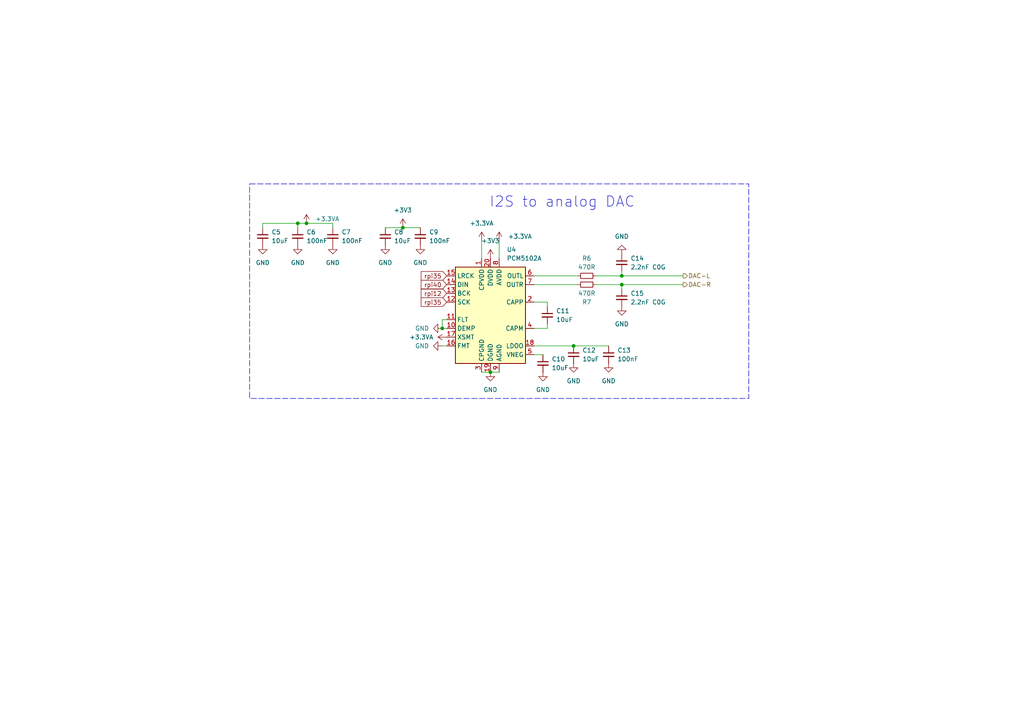
<source format=kicad_sch>
(kicad_sch (version 20231120) (generator "eeschema") (generator_version "8.0")
  (paper "A4")
  (lib_symbols
    (symbol "Audio:PCM5102A"
      (property "Reference" "U" (at -10.16 13.97 0))
      (property "Value" "PCM5102A" (at 3.81 13.97 0))
      (symbol "PCM5102A_0_1"
        (rectangle (start -10.16 12.7) (end 10.16 -15.24) (stroke (width 0.254)) (fill (type background)))
      )
      (symbol "PCM5102A_1_1"
        (pin passive line (at -2.54 15.24 270) (length 2.54) (name "CPVDD") (number "1"))
        (pin input line (at -12.7 -5.08 0) (length 2.54) (name "DEMP") (number "10"))
        (pin input line (at -12.7 -2.54 0) (length 2.54) (name "FLT") (number "11"))
        (pin input line (at -12.7 2.54 0) (length 2.54) (name "SCK") (number "12"))
        (pin input line (at -12.7 5.08 0) (length 2.54) (name "BCK") (number "13"))
        (pin input line (at -12.7 7.62 0) (length 2.54) (name "DIN") (number "14"))
        (pin input line (at -12.7 10.16 0) (length 2.54) (name "LRCK") (number "15"))
        (pin input line (at -12.7 -10.16 0) (length 2.54) (name "FMT") (number "16"))
        (pin input line (at -12.7 -7.62 0) (length 2.54) (name "XSMT") (number "17"))
        (pin passive line (at 12.7 -10.16 180) (length 2.54) (name "LDOO") (number "18"))
        (pin power_in line (at 0 -17.78 90) (length 2.54) (name "DGND") (number "19"))
        (pin passive line (at 12.7 2.54 180) (length 2.54) (name "CAPP") (number "2"))
        (pin power_in line (at 0 15.24 270) (length 2.54) (name "DVDD") (number "20"))
        (pin power_in line (at -2.54 -17.78 90) (length 2.54) (name "CPGND") (number "3"))
        (pin passive line (at 12.7 -5.08 180) (length 2.54) (name "CAPM") (number "4"))
        (pin passive line (at 12.7 -12.7 180) (length 2.54) (name "VNEG") (number "5"))
        (pin output line (at 12.7 10.16 180) (length 2.54) (name "OUTL") (number "6"))
        (pin output line (at 12.7 7.62 180) (length 2.54) (name "OUTR") (number "7"))
        (pin power_in line (at 2.54 15.24 270) (length 2.54) (name "AVDD") (number "8"))
        (pin power_in line (at 2.54 -17.78 90) (length 2.54) (name "AGND") (number "9"))
      )
    )
    (symbol "Device:C_Small" (pin_numbers hide) (pin_names (offset 0.254) hide)
      (property "Reference" "C" (at 0.254 1.778 0))
      (property "Value" "C_Small" (at 0.254 -2.032 0))
      (symbol "C_Small_0_1"
        (polyline (pts (xy -1.524 -0.508) (xy 1.524 -0.508)) (stroke (width 0.3302)))
        (polyline (pts (xy -1.524 0.508) (xy 1.524 0.508)) (stroke (width 0.3048)))
      )
      (symbol "C_Small_1_1"
        (pin passive line (at 0 2.54 270) (length 2.032) (name "~") (number "1"))
        (pin passive line (at 0 -2.54 90) (length 2.032) (name "~") (number "2"))
      )
    )
    (symbol "Device:R_Small" (pin_numbers hide) (pin_names (offset 0.254) hide)
      (property "Reference" "R" (at 0.762 0.508 0))
      (property "Value" "R_Small" (at 0.762 -1.016 0))
      (symbol "R_Small_0_1"
        (rectangle (start -0.762 1.778) (end 0.762 -1.778) (stroke (width 0.2032)))
      )
      (symbol "R_Small_1_1"
        (pin passive line (at 0 2.54 270) (length 0.762) (name "~") (number "1"))
        (pin passive line (at 0 -2.54 90) (length 0.762) (name "~") (number "2"))
      )
    )
    (symbol "power:+3.3VA" (power) (pin_numbers hide) (pin_names (offset 0) hide)
      (property "Value" "+3.3VA" (at 0 3.556 0))
      (symbol "+3.3VA_0_1"
        (polyline (pts (xy -0.762 1.27) (xy 0 2.54)))
        (polyline (pts (xy 0 0) (xy 0 2.54)))
        (polyline (pts (xy 0 2.54) (xy 0.762 1.27)))
      )
      (symbol "+3.3VA_1_1"
        (pin power_in line (at 0 0 90) (length 0) (name "~") (number "1"))
      )
    )
    (symbol "power:+3V3" (power) (pin_numbers hide) (pin_names (offset 0) hide)
      (property "Value" "+3V3" (at 0 3.556 0))
      (symbol "+3V3_0_1"
        (polyline (pts (xy -0.762 1.27) (xy 0 2.54)))
        (polyline (pts (xy 0 0) (xy 0 2.54)))
        (polyline (pts (xy 0 2.54) (xy 0.762 1.27)))
      )
      (symbol "+3V3_1_1"
        (pin power_in line (at 0 0 90) (length 0) (name "~") (number "1"))
      )
    )
    (symbol "power:GND" (power) (pin_numbers hide) (pin_names (offset 0) hide)
      (property "Value" "GND" (at 0 -3.81 0))
      (symbol "GND_0_1"
        (polyline (pts (xy 0 0) (xy 0 -1.27) (xy 1.27 -1.27) (xy 0 -2.54) (xy -1.27 -1.27) (xy 0 -1.27)))
      )
      (symbol "GND_1_1"
        (pin power_in line (at 0 0 270) (length 0) (name "~") (number "1"))
      )
    )
  )
  (junction (at 88.9 64.77))
  (junction (at 180.34 82.55))
  (junction (at 128.27 95.25))
  (junction (at 116.84 66.04))
  (junction (at 142.24 107.95))
  (junction (at 86.36 64.77))
  (junction (at 166.37 100.33))
  (junction (at 180.34 80.01))
  (wire (pts (xy 128.27 100.33) (xy 129.54 100.33)))
  (wire (pts (xy 180.34 80.01) (xy 172.72 80.01)))
  (wire (pts (xy 154.94 102.87) (xy 157.48 102.87)))
  (wire (pts (xy 180.34 80.01) (xy 198.12 80.01)))
  (wire (pts (xy 129.54 92.71) (xy 128.27 92.71)))
  (wire (pts (xy 180.34 82.55) (xy 198.12 82.55)))
  (wire (pts (xy 86.36 64.77) (xy 86.36 66.04)))
  (wire (pts (xy 154.94 80.01) (xy 167.64 80.01)))
  (wire (pts (xy 144.78 74.93) (xy 144.78 69.85)))
  (wire (pts (xy 158.75 88.9) (xy 158.75 87.63)))
  (wire (pts (xy 96.52 66.04) (xy 96.52 64.77)))
  (wire (pts (xy 154.94 100.33) (xy 166.37 100.33)))
  (wire (pts (xy 96.52 64.77) (xy 88.9 64.77)))
  (wire (pts (xy 158.75 93.98) (xy 158.75 95.25)))
  (wire (pts (xy 128.27 95.25) (xy 129.54 95.25)))
  (wire (pts (xy 139.7 107.95) (xy 142.24 107.95)))
  (wire (pts (xy 166.37 100.33) (xy 176.53 100.33)))
  (wire (pts (xy 180.34 82.55) (xy 180.34 83.82)))
  (wire (pts (xy 88.9 64.77) (xy 86.36 64.77)))
  (wire (pts (xy 158.75 95.25) (xy 154.94 95.25)))
  (wire (pts (xy 172.72 82.55) (xy 180.34 82.55)))
  (wire (pts (xy 111.76 66.04) (xy 116.84 66.04)))
  (wire (pts (xy 139.7 74.93) (xy 139.7 69.85)))
  (wire (pts (xy 154.94 82.55) (xy 167.64 82.55)))
  (wire (pts (xy 142.24 107.95) (xy 144.78 107.95)))
  (wire (pts (xy 128.27 92.71) (xy 128.27 95.25)))
  (wire (pts (xy 76.2 64.77) (xy 76.2 66.04)))
  (wire (pts (xy 158.75 87.63) (xy 154.94 87.63)))
  (wire (pts (xy 86.36 64.77) (xy 76.2 64.77)))
  (wire (pts (xy 180.34 78.74) (xy 180.34 80.01)))
  (wire (pts (xy 116.84 66.04) (xy 121.92 66.04)))
  (rectangle (start 72.39 53.34) (end 217.17 115.57) (stroke (width 0) (type dash)))
  (text "I2S to analog DAC" (at 163.068 58.674 0) (effects (font (size 3 3))))
  (global_label "rpi35" (shape input) (at 129.54 80.01 180) (property "Intersheetrefs" "${INTERSHEET_REFS}" (effects (hide yes))))
  (global_label "rpi35" (shape input) (at 129.54 87.63 180) (property "Intersheetrefs" "${INTERSHEET_REFS}" (effects (hide yes))))
  (global_label "rpi12" (shape input) (at 129.54 85.09 180) (property "Intersheetrefs" "${INTERSHEET_REFS}" (effects (hide yes))))
  (global_label "rpi40" (shape input) (at 129.54 82.55 180) (property "Intersheetrefs" "${INTERSHEET_REFS}" (effects (hide yes))))
  (hierarchical_label "DAC-R" (shape output) (at 198.12 82.55 0))
  (hierarchical_label "DAC-L" (shape output) (at 198.12 80.01 0))
  (symbol (lib_id "power:+3V3") (at 116.84 66.04 0) (unit 1)
    (property "Reference" "#PWR017" (effects (hide yes)))
    (property "Value" "+3V3" (at 116.84 60.96 0))
    (property "Description" "Power symbol creates a global label with name \"+3V3\"" (effects (hide yes)))
  )
  (symbol (lib_id "power:GND") (at 142.24 107.95 0) (unit 1)
    (property "Reference" "#PWR024" (effects (hide yes)))
    (property "Value" "GND" (at 142.24 113.03 0))
    (property "Description" "Power symbol creates a global label with name \"GND\" , ground" (effects (hide yes)))
  )
  (symbol (lib_id "Audio:PCM5102A") (at 142.24 90.17 0) (unit 1)
    (property "Reference" "U4" (at 146.9741 72.39 0) (effects (justify left)))
    (property "Value" "PCM5102A" (at 146.9741 74.93 0) (effects (justify left)))
    (property "Footprint" "Package_SO:TSSOP-20_4.4x6.5mm_P0.65mm" (effects (hide yes)))
    (property "Datasheet" "https://www.ti.com/lit/ds/symlink/pcm5102a.pdf" (effects (hide yes)))
    (property "Description" "2.1 VRMS, 112dB Audio Stereo DAC with PLL and 32-bit, 384kHz PCM Interface, TSSOP-20" (effects (hide yes)))
  )
  (symbol (lib_id "power:GND") (at 128.27 100.33 270) (unit 1)
    (property "Reference" "#PWR020" (effects (hide yes)))
    (property "Value" "GND" (at 124.46 100.3299 90) (effects (justify right)))
    (property "Description" "Power symbol creates a global label with name \"GND\" , ground" (effects (hide yes)))
  )
  (symbol (lib_id "power:+3V3") (at 142.24 74.93 0) (unit 1)
    (property "Reference" "#PWR023" (effects (hide yes)))
    (property "Value" "+3V3" (at 142.24 69.85 0))
    (property "Description" "Power symbol creates a global label with name \"+3V3\"" (effects (hide yes)))
  )
  (symbol (lib_id "Device:C_Small") (at 111.76 68.58 0) (unit 1)
    (property "Reference" "C8" (at 114.3 67.3162 0) (effects (justify left)))
    (property "Value" "10uF" (at 114.3 69.8562 0) (effects (justify left)))
    (property "Footprint" "Capacitor_SMD:C_0603_1608Metric" (effects (hide yes)))
    (property "Description" "Unpolarized capacitor, small symbol" (effects (hide yes)))
  )
  (symbol (lib_id "power:+3.3VA") (at 88.9 64.77 0) (unit 1)
    (property "Reference" "#PWR014" (effects (hide yes)))
    (property "Value" "+3.3VA" (at 91.44 63.4999 0) (effects (justify left)))
    (property "Description" "Power symbol creates a global label with name \"+3.3VA\"" (effects (hide yes)))
  )
  (symbol (lib_id "Device:C_Small") (at 157.48 105.41 0) (unit 1)
    (property "Reference" "C10" (at 160.02 104.1462 0) (effects (justify left)))
    (property "Value" "10uF" (at 160.02 106.6862 0) (effects (justify left)))
    (property "Footprint" "Capacitor_SMD:C_0603_1608Metric" (effects (hide yes)))
    (property "Description" "Unpolarized capacitor, small symbol" (effects (hide yes)))
  )
  (symbol (lib_id "Device:C_Small") (at 76.2 68.58 0) (unit 1)
    (property "Reference" "C5" (at 78.74 67.3162 0) (effects (justify left)))
    (property "Value" "10uF" (at 78.74 69.8562 0) (effects (justify left)))
    (property "Footprint" "Capacitor_SMD:C_0603_1608Metric" (effects (hide yes)))
    (property "Description" "Unpolarized capacitor, small symbol" (effects (hide yes)))
  )
  (symbol (lib_id "power:GND") (at 128.27 95.25 270) (unit 1)
    (property "Reference" "#PWR019" (effects (hide yes)))
    (property "Value" "GND" (at 124.46 95.2499 90) (effects (justify right)))
    (property "Description" "Power symbol creates a global label with name \"GND\" , ground" (effects (hide yes)))
  )
  (symbol (lib_id "Device:R_Small") (at 170.18 82.55 90) (mirror x) (unit 1)
    (property "Reference" "R7" (at 170.18 87.63 90))
    (property "Value" "470R" (at 170.18 85.09 90))
    (property "Description" "Resistor, small symbol" (effects (hide yes)))
  )
  (symbol (lib_id "power:GND") (at 176.53 105.41 0) (unit 1)
    (property "Reference" "#PWR028" (effects (hide yes)))
    (property "Value" "GND" (at 176.53 110.49 0))
    (property "Description" "Power symbol creates a global label with name \"GND\" , ground" (effects (hide yes)))
  )
  (symbol (lib_id "power:GND") (at 121.92 71.12 0) (unit 1)
    (property "Reference" "#PWR018" (effects (hide yes)))
    (property "Value" "GND" (at 121.92 76.2 0))
    (property "Description" "Power symbol creates a global label with name \"GND\" , ground" (effects (hide yes)))
  )
  (symbol (lib_id "power:GND") (at 166.37 105.41 0) (unit 1)
    (property "Reference" "#PWR027" (effects (hide yes)))
    (property "Value" "GND" (at 166.37 110.49 0))
    (property "Description" "Power symbol creates a global label with name \"GND\" , ground" (effects (hide yes)))
  )
  (symbol (lib_id "power:GND") (at 111.76 71.12 0) (unit 1)
    (property "Reference" "#PWR016" (effects (hide yes)))
    (property "Value" "GND" (at 111.76 76.2 0))
    (property "Description" "Power symbol creates a global label with name \"GND\" , ground" (effects (hide yes)))
  )
  (symbol (lib_id "power:GND") (at 180.34 88.9 0) (unit 1)
    (property "Reference" "#PWR030" (effects (hide yes)))
    (property "Value" "GND" (at 180.34 93.98 0))
    (property "Description" "Power symbol creates a global label with name \"GND\" , ground" (effects (hide yes)))
  )
  (symbol (lib_id "power:GND") (at 157.48 107.95 0) (unit 1)
    (property "Reference" "#PWR026" (effects (hide yes)))
    (property "Value" "GND" (at 157.48 113.03 0))
    (property "Description" "Power symbol creates a global label with name \"GND\" , ground" (effects (hide yes)))
  )
  (symbol (lib_id "Device:C_Small") (at 176.53 102.87 0) (unit 1)
    (property "Reference" "C13" (at 179.07 101.6062 0) (effects (justify left)))
    (property "Value" "100nF" (at 179.07 104.1462 0) (effects (justify left)))
    (property "Footprint" "Capacitor_SMD:C_0603_1608Metric" (effects (hide yes)))
    (property "Description" "Unpolarized capacitor, small symbol" (effects (hide yes)))
  )
  (symbol (lib_id "power:GND") (at 180.34 73.66 180) (unit 1)
    (property "Reference" "#PWR029" (effects (hide yes)))
    (property "Value" "GND" (at 180.34 68.58 0))
    (property "Description" "Power symbol creates a global label with name \"GND\" , ground" (effects (hide yes)))
  )
  (symbol (lib_id "Device:C_Small") (at 180.34 76.2 0) (unit 1)
    (property "Reference" "C14" (at 182.88 74.9362 0) (effects (justify left)))
    (property "Value" "2.2nF C0G" (at 182.88 77.4762 0) (effects (justify left)))
    (property "Description" "Unpolarized capacitor, small symbol" (effects (hide yes)))
  )
  (symbol (lib_id "Device:C_Small") (at 166.37 102.87 0) (unit 1)
    (property "Reference" "C12" (at 168.91 101.6062 0) (effects (justify left)))
    (property "Value" "10uF" (at 168.91 104.1462 0) (effects (justify left)))
    (property "Footprint" "Capacitor_SMD:C_0603_1608Metric" (effects (hide yes)))
    (property "Description" "Unpolarized capacitor, small symbol" (effects (hide yes)))
  )
  (symbol (lib_id "Device:C_Small") (at 180.34 86.36 0) (unit 1)
    (property "Reference" "C15" (at 182.88 85.0962 0) (effects (justify left)))
    (property "Value" "2.2nF C0G" (at 182.88 87.6362 0) (effects (justify left)))
    (property "Description" "Unpolarized capacitor, small symbol" (effects (hide yes)))
  )
  (symbol (lib_id "power:GND") (at 96.52 71.12 0) (unit 1)
    (property "Reference" "#PWR015" (effects (hide yes)))
    (property "Value" "GND" (at 96.52 76.2 0))
    (property "Description" "Power symbol creates a global label with name \"GND\" , ground" (effects (hide yes)))
  )
  (symbol (lib_id "power:GND") (at 86.36 71.12 0) (unit 1)
    (property "Reference" "#PWR013" (effects (hide yes)))
    (property "Value" "GND" (at 86.36 76.2 0))
    (property "Description" "Power symbol creates a global label with name \"GND\" , ground" (effects (hide yes)))
  )
  (symbol (lib_id "Device:C_Small") (at 121.92 68.58 0) (unit 1)
    (property "Reference" "C9" (at 124.46 67.3162 0) (effects (justify left)))
    (property "Value" "100nF" (at 124.46 69.8562 0) (effects (justify left)))
    (property "Footprint" "Capacitor_SMD:C_0603_1608Metric" (effects (hide yes)))
    (property "Description" "Unpolarized capacitor, small symbol" (effects (hide yes)))
  )
  (symbol (lib_id "power:+3.3VA") (at 129.54 97.79 90) (unit 1)
    (property "Reference" "#PWR021" (effects (hide yes)))
    (property "Value" "+3.3VA" (at 125.73 97.7899 90) (effects (justify left)))
    (property "Description" "Power symbol creates a global label with name \"+3.3VA\"" (effects (hide yes)))
  )
  (symbol (lib_id "Device:C_Small") (at 96.52 68.58 0) (unit 1)
    (property "Reference" "C7" (at 99.06 67.3162 0) (effects (justify left)))
    (property "Value" "100nF" (at 99.06 69.8562 0) (effects (justify left)))
    (property "Footprint" "Capacitor_SMD:C_0603_1608Metric" (effects (hide yes)))
    (property "Description" "Unpolarized capacitor, small symbol" (effects (hide yes)))
  )
  (symbol (lib_id "Device:C_Small") (at 86.36 68.58 0) (unit 1)
    (property "Reference" "C6" (at 88.9 67.3162 0) (effects (justify left)))
    (property "Value" "100nF" (at 88.9 69.8562 0) (effects (justify left)))
    (property "Footprint" "Capacitor_SMD:C_0603_1608Metric" (effects (hide yes)))
    (property "Description" "Unpolarized capacitor, small symbol" (effects (hide yes)))
  )
  (symbol (lib_id "power:+3.3VA") (at 144.78 69.85 0) (unit 1)
    (property "Reference" "#PWR025" (effects (hide yes)))
    (property "Value" "+3.3VA" (at 147.32 68.5799 0) (effects (justify left)))
    (property "Description" "Power symbol creates a global label with name \"+3.3VA\"" (effects (hide yes)))
  )
  (symbol (lib_id "power:+3.3VA") (at 139.7 69.85 0) (unit 1)
    (property "Reference" "#PWR022" (effects (hide yes)))
    (property "Value" "+3.3VA" (at 139.7 64.77 0))
    (property "Description" "Power symbol creates a global label with name \"+3.3VA\"" (effects (hide yes)))
  )
  (symbol (lib_id "Device:R_Small") (at 170.18 80.01 90) (unit 1)
    (property "Reference" "R6" (at 170.18 74.93 90))
    (property "Value" "470R" (at 170.18 77.47 90))
    (property "Description" "Resistor, small symbol" (effects (hide yes)))
  )
  (symbol (lib_id "Device:C_Small") (at 158.75 91.44 0) (unit 1)
    (property "Reference" "C11" (at 161.29 90.1762 0) (effects (justify left)))
    (property "Value" "10uF" (at 161.29 92.7162 0) (effects (justify left)))
    (property "Footprint" "Capacitor_SMD:C_0603_1608Metric" (effects (hide yes)))
    (property "Description" "Unpolarized capacitor, small symbol" (effects (hide yes)))
  )
  (symbol (lib_id "power:GND") (at 76.2 71.12 0) (unit 1)
    (property "Reference" "#PWR012" (effects (hide yes)))
    (property "Value" "GND" (at 76.2 76.2 0))
    (property "Description" "Power symbol creates a global label with name \"GND\" , ground" (effects (hide yes)))
  )
)
</source>
